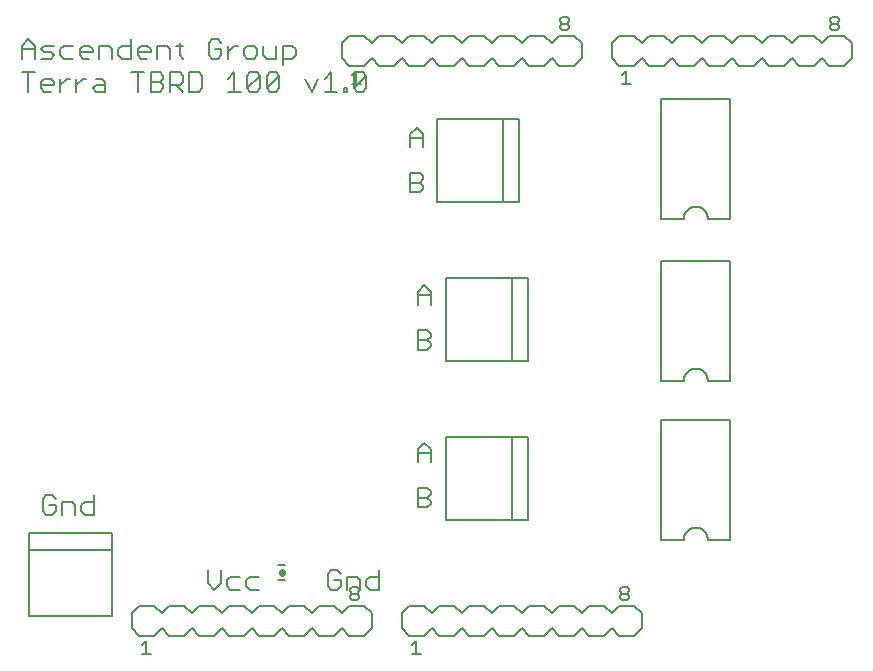
<source format=gto>
G75*
%MOIN*%
%OFA0B0*%
%FSLAX25Y25*%
%IPPOS*%
%LPD*%
%AMOC8*
5,1,8,0,0,1.08239X$1,22.5*
%
%ADD10C,0.00600*%
%ADD11C,0.02200*%
%ADD12C,0.00500*%
D10*
X0056256Y0016000D02*
X0058756Y0013500D01*
X0063756Y0013500D01*
X0066256Y0016000D01*
X0068756Y0013500D01*
X0073756Y0013500D01*
X0076256Y0016000D01*
X0078756Y0013500D01*
X0083756Y0013500D01*
X0086256Y0016000D01*
X0088756Y0013500D01*
X0093756Y0013500D01*
X0096256Y0016000D01*
X0098756Y0013500D01*
X0103756Y0013500D01*
X0106256Y0016000D01*
X0108756Y0013500D01*
X0113756Y0013500D01*
X0116256Y0016000D01*
X0118756Y0013500D01*
X0123756Y0013500D01*
X0126256Y0016000D01*
X0128756Y0013500D01*
X0133756Y0013500D01*
X0136256Y0016000D01*
X0136256Y0021000D01*
X0133756Y0023500D01*
X0128756Y0023500D01*
X0126256Y0021000D01*
X0123756Y0023500D01*
X0118756Y0023500D01*
X0116256Y0021000D01*
X0113756Y0023500D01*
X0108756Y0023500D01*
X0106256Y0021000D01*
X0103756Y0023500D01*
X0098756Y0023500D01*
X0096256Y0021000D01*
X0093756Y0023500D01*
X0088756Y0023500D01*
X0086256Y0021000D01*
X0083756Y0023500D01*
X0078756Y0023500D01*
X0076256Y0021000D01*
X0073756Y0023500D01*
X0068756Y0023500D01*
X0066256Y0021000D01*
X0063756Y0023500D01*
X0058756Y0023500D01*
X0056256Y0021000D01*
X0056256Y0016000D01*
X0081556Y0030935D02*
X0083691Y0028800D01*
X0085826Y0030935D01*
X0085826Y0035205D01*
X0088001Y0032003D02*
X0088001Y0029868D01*
X0089069Y0028800D01*
X0092272Y0028800D01*
X0094447Y0029868D02*
X0095514Y0028800D01*
X0098717Y0028800D01*
X0094447Y0029868D02*
X0094447Y0032003D01*
X0095514Y0033070D01*
X0098717Y0033070D01*
X0105050Y0032150D02*
X0107412Y0032126D01*
X0107462Y0036850D02*
X0105100Y0036874D01*
X0092272Y0033070D02*
X0089069Y0033070D01*
X0088001Y0032003D01*
X0081556Y0030935D02*
X0081556Y0035205D01*
X0043717Y0053800D02*
X0040514Y0053800D01*
X0039447Y0054868D01*
X0039447Y0057003D01*
X0040514Y0058070D01*
X0043717Y0058070D01*
X0043717Y0060205D02*
X0043717Y0053800D01*
X0037272Y0053800D02*
X0037272Y0057003D01*
X0036204Y0058070D01*
X0033001Y0058070D01*
X0033001Y0053800D01*
X0030826Y0054868D02*
X0030826Y0057003D01*
X0028691Y0057003D01*
X0026556Y0059138D02*
X0026556Y0054868D01*
X0027623Y0053800D01*
X0029759Y0053800D01*
X0030826Y0054868D01*
X0030826Y0059138D02*
X0029759Y0060205D01*
X0027623Y0060205D01*
X0026556Y0059138D01*
X0121556Y0034138D02*
X0121556Y0029868D01*
X0122623Y0028800D01*
X0124759Y0028800D01*
X0125826Y0029868D01*
X0125826Y0032003D01*
X0123691Y0032003D01*
X0121556Y0034138D02*
X0122623Y0035205D01*
X0124759Y0035205D01*
X0125826Y0034138D01*
X0128001Y0033070D02*
X0131204Y0033070D01*
X0132272Y0032003D01*
X0132272Y0028800D01*
X0134447Y0029868D02*
X0134447Y0032003D01*
X0135514Y0033070D01*
X0138717Y0033070D01*
X0138717Y0035205D02*
X0138717Y0028800D01*
X0135514Y0028800D01*
X0134447Y0029868D01*
X0128001Y0028800D02*
X0128001Y0033070D01*
X0146256Y0021000D02*
X0146256Y0016000D01*
X0148756Y0013500D01*
X0153756Y0013500D01*
X0156256Y0016000D01*
X0158756Y0013500D01*
X0163756Y0013500D01*
X0166256Y0016000D01*
X0168756Y0013500D01*
X0173756Y0013500D01*
X0176256Y0016000D01*
X0178756Y0013500D01*
X0183756Y0013500D01*
X0186256Y0016000D01*
X0188756Y0013500D01*
X0193756Y0013500D01*
X0196256Y0016000D01*
X0198756Y0013500D01*
X0203756Y0013500D01*
X0206256Y0016000D01*
X0208756Y0013500D01*
X0213756Y0013500D01*
X0216256Y0016000D01*
X0218756Y0013500D01*
X0223756Y0013500D01*
X0226256Y0016000D01*
X0226256Y0021000D01*
X0223756Y0023500D01*
X0218756Y0023500D01*
X0216256Y0021000D01*
X0213756Y0023500D01*
X0208756Y0023500D01*
X0206256Y0021000D01*
X0203756Y0023500D01*
X0198756Y0023500D01*
X0196256Y0021000D01*
X0193756Y0023500D01*
X0188756Y0023500D01*
X0186256Y0021000D01*
X0183756Y0023500D01*
X0178756Y0023500D01*
X0176256Y0021000D01*
X0173756Y0023500D01*
X0168756Y0023500D01*
X0166256Y0021000D01*
X0163756Y0023500D01*
X0158756Y0023500D01*
X0156256Y0021000D01*
X0153756Y0023500D01*
X0148756Y0023500D01*
X0146256Y0021000D01*
X0151556Y0056300D02*
X0154759Y0056300D01*
X0155826Y0057368D01*
X0155826Y0058435D01*
X0154759Y0059503D01*
X0151556Y0059503D01*
X0151556Y0062705D02*
X0151556Y0056300D01*
X0154759Y0059503D02*
X0155826Y0060570D01*
X0155826Y0061638D01*
X0154759Y0062705D01*
X0151556Y0062705D01*
X0151556Y0071300D02*
X0151556Y0075570D01*
X0153691Y0077705D01*
X0155826Y0075570D01*
X0155826Y0071300D01*
X0155826Y0074503D02*
X0151556Y0074503D01*
X0151556Y0108800D02*
X0154759Y0108800D01*
X0155826Y0109868D01*
X0155826Y0110935D01*
X0154759Y0112003D01*
X0151556Y0112003D01*
X0151556Y0115205D02*
X0154759Y0115205D01*
X0155826Y0114138D01*
X0155826Y0113070D01*
X0154759Y0112003D01*
X0151556Y0108800D02*
X0151556Y0115205D01*
X0151556Y0123800D02*
X0151556Y0128070D01*
X0153691Y0130205D01*
X0155826Y0128070D01*
X0155826Y0123800D01*
X0155826Y0127003D02*
X0151556Y0127003D01*
X0152259Y0161300D02*
X0149056Y0161300D01*
X0149056Y0167705D01*
X0152259Y0167705D01*
X0153326Y0166638D01*
X0153326Y0165570D01*
X0152259Y0164503D01*
X0149056Y0164503D01*
X0152259Y0164503D02*
X0153326Y0163435D01*
X0153326Y0162368D01*
X0152259Y0161300D01*
X0153326Y0176300D02*
X0153326Y0180570D01*
X0151191Y0182705D01*
X0149056Y0180570D01*
X0149056Y0176300D01*
X0149056Y0179503D02*
X0153326Y0179503D01*
X0134474Y0195868D02*
X0133406Y0194800D01*
X0131271Y0194800D01*
X0130204Y0195868D01*
X0134474Y0200138D01*
X0134474Y0195868D01*
X0130204Y0195868D02*
X0130204Y0200138D01*
X0131271Y0201205D01*
X0133406Y0201205D01*
X0134474Y0200138D01*
X0133756Y0203500D02*
X0128756Y0203500D01*
X0126256Y0206000D01*
X0126256Y0211000D01*
X0128756Y0213500D01*
X0133756Y0213500D01*
X0136256Y0211000D01*
X0138756Y0213500D01*
X0143756Y0213500D01*
X0146256Y0211000D01*
X0148756Y0213500D01*
X0153756Y0213500D01*
X0156256Y0211000D01*
X0158756Y0213500D01*
X0163756Y0213500D01*
X0166256Y0211000D01*
X0168756Y0213500D01*
X0173756Y0213500D01*
X0176256Y0211000D01*
X0178756Y0213500D01*
X0183756Y0213500D01*
X0186256Y0211000D01*
X0188756Y0213500D01*
X0193756Y0213500D01*
X0196256Y0211000D01*
X0198756Y0213500D01*
X0203756Y0213500D01*
X0206256Y0211000D01*
X0206256Y0206000D01*
X0203756Y0203500D01*
X0198756Y0203500D01*
X0196256Y0206000D01*
X0193756Y0203500D01*
X0188756Y0203500D01*
X0186256Y0206000D01*
X0183756Y0203500D01*
X0178756Y0203500D01*
X0176256Y0206000D01*
X0173756Y0203500D01*
X0168756Y0203500D01*
X0166256Y0206000D01*
X0163756Y0203500D01*
X0158756Y0203500D01*
X0156256Y0206000D01*
X0153756Y0203500D01*
X0148756Y0203500D01*
X0146256Y0206000D01*
X0143756Y0203500D01*
X0138756Y0203500D01*
X0136256Y0206000D01*
X0133756Y0203500D01*
X0128048Y0195868D02*
X0128048Y0194800D01*
X0126981Y0194800D01*
X0126981Y0195868D01*
X0128048Y0195868D01*
X0124806Y0194800D02*
X0120535Y0194800D01*
X0122671Y0194800D02*
X0122671Y0201205D01*
X0120535Y0199070D01*
X0118360Y0199070D02*
X0116225Y0194800D01*
X0114090Y0199070D01*
X0109773Y0205800D02*
X0106570Y0205800D01*
X0106570Y0203665D02*
X0106570Y0210070D01*
X0109773Y0210070D01*
X0110840Y0209003D01*
X0110840Y0206868D01*
X0109773Y0205800D01*
X0104395Y0205800D02*
X0104395Y0210070D01*
X0104395Y0205800D02*
X0101192Y0205800D01*
X0100125Y0206868D01*
X0100125Y0210070D01*
X0097949Y0209003D02*
X0096882Y0210070D01*
X0094747Y0210070D01*
X0093679Y0209003D01*
X0093679Y0206868D01*
X0094747Y0205800D01*
X0096882Y0205800D01*
X0097949Y0206868D01*
X0097949Y0209003D01*
X0091511Y0210070D02*
X0090443Y0210070D01*
X0088308Y0207935D01*
X0088308Y0205800D02*
X0088308Y0210070D01*
X0086133Y0209003D02*
X0086133Y0206868D01*
X0085065Y0205800D01*
X0082930Y0205800D01*
X0081862Y0206868D01*
X0081862Y0211138D01*
X0082930Y0212205D01*
X0085065Y0212205D01*
X0086133Y0211138D01*
X0086133Y0209003D02*
X0083998Y0209003D01*
X0078620Y0201205D02*
X0075417Y0201205D01*
X0075417Y0194800D01*
X0078620Y0194800D01*
X0079687Y0195868D01*
X0079687Y0200138D01*
X0078620Y0201205D01*
X0073242Y0200138D02*
X0073242Y0198003D01*
X0072174Y0196935D01*
X0068971Y0196935D01*
X0068971Y0194800D02*
X0068971Y0201205D01*
X0072174Y0201205D01*
X0073242Y0200138D01*
X0071107Y0196935D02*
X0073242Y0194800D01*
X0066796Y0195868D02*
X0065729Y0194800D01*
X0062526Y0194800D01*
X0062526Y0201205D01*
X0065729Y0201205D01*
X0066796Y0200138D01*
X0066796Y0199070D01*
X0065729Y0198003D01*
X0062526Y0198003D01*
X0065729Y0198003D02*
X0066796Y0196935D01*
X0066796Y0195868D01*
X0060351Y0201205D02*
X0056080Y0201205D01*
X0058216Y0201205D02*
X0058216Y0194800D01*
X0047460Y0194800D02*
X0044257Y0194800D01*
X0043189Y0195868D01*
X0044257Y0196935D01*
X0047460Y0196935D01*
X0047460Y0198003D02*
X0047460Y0194800D01*
X0047460Y0198003D02*
X0046392Y0199070D01*
X0044257Y0199070D01*
X0041021Y0199070D02*
X0039953Y0199070D01*
X0037818Y0196935D01*
X0037818Y0194800D02*
X0037818Y0199070D01*
X0035650Y0199070D02*
X0034582Y0199070D01*
X0032447Y0196935D01*
X0032447Y0194800D02*
X0032447Y0199070D01*
X0030272Y0198003D02*
X0030272Y0196935D01*
X0026001Y0196935D01*
X0026001Y0195868D02*
X0026001Y0198003D01*
X0027069Y0199070D01*
X0029204Y0199070D01*
X0030272Y0198003D01*
X0029204Y0194800D02*
X0027069Y0194800D01*
X0026001Y0195868D01*
X0021691Y0194800D02*
X0021691Y0201205D01*
X0019556Y0201205D02*
X0023826Y0201205D01*
X0023826Y0205800D02*
X0023826Y0210070D01*
X0021691Y0212205D01*
X0019556Y0210070D01*
X0019556Y0205800D01*
X0019556Y0209003D02*
X0023826Y0209003D01*
X0026001Y0209003D02*
X0027069Y0210070D01*
X0030272Y0210070D01*
X0029204Y0207935D02*
X0027069Y0207935D01*
X0026001Y0209003D01*
X0026001Y0205800D02*
X0029204Y0205800D01*
X0030272Y0206868D01*
X0029204Y0207935D01*
X0032447Y0206868D02*
X0033514Y0205800D01*
X0036717Y0205800D01*
X0038892Y0206868D02*
X0038892Y0209003D01*
X0039960Y0210070D01*
X0042095Y0210070D01*
X0043163Y0209003D01*
X0043163Y0207935D01*
X0038892Y0207935D01*
X0038892Y0206868D02*
X0039960Y0205800D01*
X0042095Y0205800D01*
X0045338Y0205800D02*
X0045338Y0210070D01*
X0048541Y0210070D01*
X0049608Y0209003D01*
X0049608Y0205800D01*
X0051783Y0206868D02*
X0051783Y0209003D01*
X0052851Y0210070D01*
X0056054Y0210070D01*
X0056054Y0212205D02*
X0056054Y0205800D01*
X0052851Y0205800D01*
X0051783Y0206868D01*
X0058229Y0206868D02*
X0058229Y0209003D01*
X0059296Y0210070D01*
X0061432Y0210070D01*
X0062499Y0209003D01*
X0062499Y0207935D01*
X0058229Y0207935D01*
X0058229Y0206868D02*
X0059296Y0205800D01*
X0061432Y0205800D01*
X0064674Y0205800D02*
X0064674Y0210070D01*
X0067877Y0210070D01*
X0068945Y0209003D01*
X0068945Y0205800D01*
X0071120Y0210070D02*
X0073255Y0210070D01*
X0072187Y0211138D02*
X0072187Y0206868D01*
X0073255Y0205800D01*
X0088308Y0199070D02*
X0090443Y0201205D01*
X0090443Y0194800D01*
X0088308Y0194800D02*
X0092578Y0194800D01*
X0094753Y0195868D02*
X0099024Y0200138D01*
X0099024Y0195868D01*
X0097956Y0194800D01*
X0095821Y0194800D01*
X0094753Y0195868D01*
X0094753Y0200138D01*
X0095821Y0201205D01*
X0097956Y0201205D01*
X0099024Y0200138D01*
X0101199Y0200138D02*
X0102266Y0201205D01*
X0104402Y0201205D01*
X0105469Y0200138D01*
X0101199Y0195868D01*
X0102266Y0194800D01*
X0104402Y0194800D01*
X0105469Y0195868D01*
X0105469Y0200138D01*
X0101199Y0200138D02*
X0101199Y0195868D01*
X0036717Y0210070D02*
X0033514Y0210070D01*
X0032447Y0209003D01*
X0032447Y0206868D01*
X0216256Y0206000D02*
X0218756Y0203500D01*
X0223756Y0203500D01*
X0226256Y0206000D01*
X0228756Y0203500D01*
X0233756Y0203500D01*
X0236256Y0206000D01*
X0238756Y0203500D01*
X0243756Y0203500D01*
X0246256Y0206000D01*
X0248756Y0203500D01*
X0253756Y0203500D01*
X0256256Y0206000D01*
X0258756Y0203500D01*
X0263756Y0203500D01*
X0266256Y0206000D01*
X0268756Y0203500D01*
X0273756Y0203500D01*
X0276256Y0206000D01*
X0278756Y0203500D01*
X0283756Y0203500D01*
X0286256Y0206000D01*
X0288756Y0203500D01*
X0293756Y0203500D01*
X0296256Y0206000D01*
X0296256Y0211000D01*
X0293756Y0213500D01*
X0288756Y0213500D01*
X0286256Y0211000D01*
X0283756Y0213500D01*
X0278756Y0213500D01*
X0276256Y0211000D01*
X0273756Y0213500D01*
X0268756Y0213500D01*
X0266256Y0211000D01*
X0263756Y0213500D01*
X0258756Y0213500D01*
X0256256Y0211000D01*
X0253756Y0213500D01*
X0248756Y0213500D01*
X0246256Y0211000D01*
X0243756Y0213500D01*
X0238756Y0213500D01*
X0236256Y0211000D01*
X0233756Y0213500D01*
X0228756Y0213500D01*
X0226256Y0211000D01*
X0223756Y0213500D01*
X0218756Y0213500D01*
X0216256Y0211000D01*
X0216256Y0206000D01*
X0232756Y0192500D02*
X0255756Y0192500D01*
X0255756Y0152500D01*
X0248256Y0152500D01*
X0248254Y0152626D01*
X0248248Y0152751D01*
X0248238Y0152876D01*
X0248224Y0153001D01*
X0248207Y0153126D01*
X0248185Y0153250D01*
X0248160Y0153373D01*
X0248130Y0153495D01*
X0248097Y0153616D01*
X0248060Y0153736D01*
X0248020Y0153855D01*
X0247975Y0153972D01*
X0247927Y0154089D01*
X0247875Y0154203D01*
X0247820Y0154316D01*
X0247761Y0154427D01*
X0247699Y0154536D01*
X0247633Y0154643D01*
X0247564Y0154748D01*
X0247492Y0154851D01*
X0247417Y0154952D01*
X0247338Y0155050D01*
X0247256Y0155145D01*
X0247172Y0155238D01*
X0247084Y0155328D01*
X0246994Y0155416D01*
X0246901Y0155500D01*
X0246806Y0155582D01*
X0246708Y0155661D01*
X0246607Y0155736D01*
X0246504Y0155808D01*
X0246399Y0155877D01*
X0246292Y0155943D01*
X0246183Y0156005D01*
X0246072Y0156064D01*
X0245959Y0156119D01*
X0245845Y0156171D01*
X0245728Y0156219D01*
X0245611Y0156264D01*
X0245492Y0156304D01*
X0245372Y0156341D01*
X0245251Y0156374D01*
X0245129Y0156404D01*
X0245006Y0156429D01*
X0244882Y0156451D01*
X0244757Y0156468D01*
X0244632Y0156482D01*
X0244507Y0156492D01*
X0244382Y0156498D01*
X0244256Y0156500D01*
X0244130Y0156498D01*
X0244005Y0156492D01*
X0243880Y0156482D01*
X0243755Y0156468D01*
X0243630Y0156451D01*
X0243506Y0156429D01*
X0243383Y0156404D01*
X0243261Y0156374D01*
X0243140Y0156341D01*
X0243020Y0156304D01*
X0242901Y0156264D01*
X0242784Y0156219D01*
X0242667Y0156171D01*
X0242553Y0156119D01*
X0242440Y0156064D01*
X0242329Y0156005D01*
X0242220Y0155943D01*
X0242113Y0155877D01*
X0242008Y0155808D01*
X0241905Y0155736D01*
X0241804Y0155661D01*
X0241706Y0155582D01*
X0241611Y0155500D01*
X0241518Y0155416D01*
X0241428Y0155328D01*
X0241340Y0155238D01*
X0241256Y0155145D01*
X0241174Y0155050D01*
X0241095Y0154952D01*
X0241020Y0154851D01*
X0240948Y0154748D01*
X0240879Y0154643D01*
X0240813Y0154536D01*
X0240751Y0154427D01*
X0240692Y0154316D01*
X0240637Y0154203D01*
X0240585Y0154089D01*
X0240537Y0153972D01*
X0240492Y0153855D01*
X0240452Y0153736D01*
X0240415Y0153616D01*
X0240382Y0153495D01*
X0240352Y0153373D01*
X0240327Y0153250D01*
X0240305Y0153126D01*
X0240288Y0153001D01*
X0240274Y0152876D01*
X0240264Y0152751D01*
X0240258Y0152626D01*
X0240256Y0152500D01*
X0232756Y0152500D01*
X0232756Y0192500D01*
X0232756Y0138500D02*
X0255756Y0138500D01*
X0255756Y0098500D01*
X0248256Y0098500D01*
X0248254Y0098626D01*
X0248248Y0098751D01*
X0248238Y0098876D01*
X0248224Y0099001D01*
X0248207Y0099126D01*
X0248185Y0099250D01*
X0248160Y0099373D01*
X0248130Y0099495D01*
X0248097Y0099616D01*
X0248060Y0099736D01*
X0248020Y0099855D01*
X0247975Y0099972D01*
X0247927Y0100089D01*
X0247875Y0100203D01*
X0247820Y0100316D01*
X0247761Y0100427D01*
X0247699Y0100536D01*
X0247633Y0100643D01*
X0247564Y0100748D01*
X0247492Y0100851D01*
X0247417Y0100952D01*
X0247338Y0101050D01*
X0247256Y0101145D01*
X0247172Y0101238D01*
X0247084Y0101328D01*
X0246994Y0101416D01*
X0246901Y0101500D01*
X0246806Y0101582D01*
X0246708Y0101661D01*
X0246607Y0101736D01*
X0246504Y0101808D01*
X0246399Y0101877D01*
X0246292Y0101943D01*
X0246183Y0102005D01*
X0246072Y0102064D01*
X0245959Y0102119D01*
X0245845Y0102171D01*
X0245728Y0102219D01*
X0245611Y0102264D01*
X0245492Y0102304D01*
X0245372Y0102341D01*
X0245251Y0102374D01*
X0245129Y0102404D01*
X0245006Y0102429D01*
X0244882Y0102451D01*
X0244757Y0102468D01*
X0244632Y0102482D01*
X0244507Y0102492D01*
X0244382Y0102498D01*
X0244256Y0102500D01*
X0244130Y0102498D01*
X0244005Y0102492D01*
X0243880Y0102482D01*
X0243755Y0102468D01*
X0243630Y0102451D01*
X0243506Y0102429D01*
X0243383Y0102404D01*
X0243261Y0102374D01*
X0243140Y0102341D01*
X0243020Y0102304D01*
X0242901Y0102264D01*
X0242784Y0102219D01*
X0242667Y0102171D01*
X0242553Y0102119D01*
X0242440Y0102064D01*
X0242329Y0102005D01*
X0242220Y0101943D01*
X0242113Y0101877D01*
X0242008Y0101808D01*
X0241905Y0101736D01*
X0241804Y0101661D01*
X0241706Y0101582D01*
X0241611Y0101500D01*
X0241518Y0101416D01*
X0241428Y0101328D01*
X0241340Y0101238D01*
X0241256Y0101145D01*
X0241174Y0101050D01*
X0241095Y0100952D01*
X0241020Y0100851D01*
X0240948Y0100748D01*
X0240879Y0100643D01*
X0240813Y0100536D01*
X0240751Y0100427D01*
X0240692Y0100316D01*
X0240637Y0100203D01*
X0240585Y0100089D01*
X0240537Y0099972D01*
X0240492Y0099855D01*
X0240452Y0099736D01*
X0240415Y0099616D01*
X0240382Y0099495D01*
X0240352Y0099373D01*
X0240327Y0099250D01*
X0240305Y0099126D01*
X0240288Y0099001D01*
X0240274Y0098876D01*
X0240264Y0098751D01*
X0240258Y0098626D01*
X0240256Y0098500D01*
X0232756Y0098500D01*
X0232756Y0138500D01*
X0232756Y0085500D02*
X0255756Y0085500D01*
X0255756Y0045500D01*
X0248256Y0045500D01*
X0248254Y0045626D01*
X0248248Y0045751D01*
X0248238Y0045876D01*
X0248224Y0046001D01*
X0248207Y0046126D01*
X0248185Y0046250D01*
X0248160Y0046373D01*
X0248130Y0046495D01*
X0248097Y0046616D01*
X0248060Y0046736D01*
X0248020Y0046855D01*
X0247975Y0046972D01*
X0247927Y0047089D01*
X0247875Y0047203D01*
X0247820Y0047316D01*
X0247761Y0047427D01*
X0247699Y0047536D01*
X0247633Y0047643D01*
X0247564Y0047748D01*
X0247492Y0047851D01*
X0247417Y0047952D01*
X0247338Y0048050D01*
X0247256Y0048145D01*
X0247172Y0048238D01*
X0247084Y0048328D01*
X0246994Y0048416D01*
X0246901Y0048500D01*
X0246806Y0048582D01*
X0246708Y0048661D01*
X0246607Y0048736D01*
X0246504Y0048808D01*
X0246399Y0048877D01*
X0246292Y0048943D01*
X0246183Y0049005D01*
X0246072Y0049064D01*
X0245959Y0049119D01*
X0245845Y0049171D01*
X0245728Y0049219D01*
X0245611Y0049264D01*
X0245492Y0049304D01*
X0245372Y0049341D01*
X0245251Y0049374D01*
X0245129Y0049404D01*
X0245006Y0049429D01*
X0244882Y0049451D01*
X0244757Y0049468D01*
X0244632Y0049482D01*
X0244507Y0049492D01*
X0244382Y0049498D01*
X0244256Y0049500D01*
X0244130Y0049498D01*
X0244005Y0049492D01*
X0243880Y0049482D01*
X0243755Y0049468D01*
X0243630Y0049451D01*
X0243506Y0049429D01*
X0243383Y0049404D01*
X0243261Y0049374D01*
X0243140Y0049341D01*
X0243020Y0049304D01*
X0242901Y0049264D01*
X0242784Y0049219D01*
X0242667Y0049171D01*
X0242553Y0049119D01*
X0242440Y0049064D01*
X0242329Y0049005D01*
X0242220Y0048943D01*
X0242113Y0048877D01*
X0242008Y0048808D01*
X0241905Y0048736D01*
X0241804Y0048661D01*
X0241706Y0048582D01*
X0241611Y0048500D01*
X0241518Y0048416D01*
X0241428Y0048328D01*
X0241340Y0048238D01*
X0241256Y0048145D01*
X0241174Y0048050D01*
X0241095Y0047952D01*
X0241020Y0047851D01*
X0240948Y0047748D01*
X0240879Y0047643D01*
X0240813Y0047536D01*
X0240751Y0047427D01*
X0240692Y0047316D01*
X0240637Y0047203D01*
X0240585Y0047089D01*
X0240537Y0046972D01*
X0240492Y0046855D01*
X0240452Y0046736D01*
X0240415Y0046616D01*
X0240382Y0046495D01*
X0240352Y0046373D01*
X0240327Y0046250D01*
X0240305Y0046126D01*
X0240288Y0046001D01*
X0240274Y0045876D01*
X0240264Y0045751D01*
X0240258Y0045626D01*
X0240256Y0045500D01*
X0232756Y0045500D01*
X0232756Y0085500D01*
D11*
X0106257Y0034620D02*
X0106255Y0034380D01*
D12*
X0049642Y0020114D02*
X0022083Y0020114D01*
X0022083Y0042161D01*
X0049642Y0042161D01*
X0049642Y0047673D01*
X0022083Y0047673D01*
X0022083Y0042161D01*
X0049642Y0042161D02*
X0049642Y0020114D01*
X0059506Y0010253D02*
X0061007Y0011754D01*
X0061007Y0007250D01*
X0059506Y0007250D02*
X0062508Y0007250D01*
X0129006Y0026001D02*
X0129006Y0026751D01*
X0129757Y0027502D01*
X0131258Y0027502D01*
X0132008Y0026751D01*
X0132008Y0026001D01*
X0131258Y0025250D01*
X0129757Y0025250D01*
X0129006Y0026001D01*
X0129757Y0027502D02*
X0129006Y0028253D01*
X0129006Y0029003D01*
X0129757Y0029754D01*
X0131258Y0029754D01*
X0132008Y0029003D01*
X0132008Y0028253D01*
X0131258Y0027502D01*
X0149506Y0010253D02*
X0151007Y0011754D01*
X0151007Y0007250D01*
X0149506Y0007250D02*
X0152508Y0007250D01*
X0160870Y0052114D02*
X0160870Y0079673D01*
X0182917Y0079673D01*
X0182917Y0052114D01*
X0188429Y0052114D01*
X0188429Y0079673D01*
X0182917Y0079673D01*
X0182917Y0105114D02*
X0160870Y0105114D01*
X0160870Y0132673D01*
X0182917Y0132673D01*
X0182917Y0105114D01*
X0188429Y0105114D01*
X0188429Y0132673D01*
X0182917Y0132673D01*
X0185429Y0158114D02*
X0179917Y0158114D01*
X0179917Y0185673D01*
X0157870Y0185673D01*
X0157870Y0158114D01*
X0179917Y0158114D01*
X0185429Y0158114D02*
X0185429Y0185673D01*
X0179917Y0185673D01*
X0199757Y0215250D02*
X0199006Y0216001D01*
X0199006Y0216751D01*
X0199757Y0217502D01*
X0201258Y0217502D01*
X0202008Y0216751D01*
X0202008Y0216001D01*
X0201258Y0215250D01*
X0199757Y0215250D01*
X0199757Y0217502D02*
X0199006Y0218253D01*
X0199006Y0219003D01*
X0199757Y0219754D01*
X0201258Y0219754D01*
X0202008Y0219003D01*
X0202008Y0218253D01*
X0201258Y0217502D01*
X0219506Y0200253D02*
X0221007Y0201754D01*
X0221007Y0197250D01*
X0219506Y0197250D02*
X0222508Y0197250D01*
X0289006Y0216001D02*
X0289757Y0215250D01*
X0291258Y0215250D01*
X0292008Y0216001D01*
X0292008Y0216751D01*
X0291258Y0217502D01*
X0289757Y0217502D01*
X0289006Y0218253D01*
X0289006Y0219003D01*
X0289757Y0219754D01*
X0291258Y0219754D01*
X0292008Y0219003D01*
X0292008Y0218253D01*
X0291258Y0217502D01*
X0289757Y0217502D02*
X0289006Y0216751D01*
X0289006Y0216001D01*
X0132508Y0197250D02*
X0129506Y0197250D01*
X0131007Y0197250D02*
X0131007Y0201754D01*
X0129506Y0200253D01*
X0160870Y0052114D02*
X0182917Y0052114D01*
X0219006Y0029003D02*
X0219006Y0028253D01*
X0219757Y0027502D01*
X0221258Y0027502D01*
X0222008Y0026751D01*
X0222008Y0026001D01*
X0221258Y0025250D01*
X0219757Y0025250D01*
X0219006Y0026001D01*
X0219006Y0026751D01*
X0219757Y0027502D01*
X0221258Y0027502D02*
X0222008Y0028253D01*
X0222008Y0029003D01*
X0221258Y0029754D01*
X0219757Y0029754D01*
X0219006Y0029003D01*
M02*

</source>
